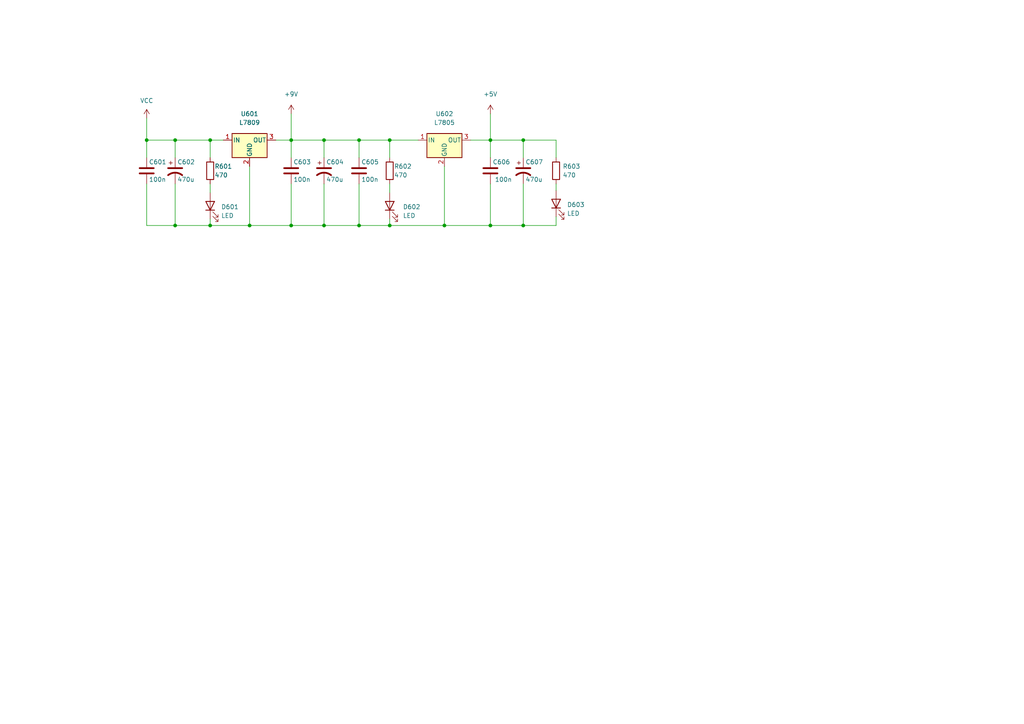
<source format=kicad_sch>
(kicad_sch (version 20211123) (generator eeschema)
  (paper "A4")
  (lib_symbols
    (symbol "Device:C" (pin_numbers hide) (pin_names (offset 0.254))
      (property "Reference" "C" (at 0.635 2.54 0))
      (property "Value" "C" (at 0.635 -2.54 0))
      (symbol "C_0_1"
        (polyline (pts (xy -2.032 -0.762) (xy 2.032 -0.762)) (stroke (width 0.508)))
        (polyline (pts (xy -2.032 0.762) (xy 2.032 0.762)) (stroke (width 0.508)))
      )
      (symbol "C_1_1"
        (pin passive line (at 0 3.81 270) (length 2.794) (name "~") (number "1"))
        (pin passive line (at 0 -3.81 90) (length 2.794) (name "~") (number "2"))
      )
    )
    (symbol "Device:C_Polarized_US" (pin_numbers hide) (pin_names (offset 0.254) hide)
      (property "Reference" "C" (at 0.635 2.54 0))
      (property "Value" "C_Polarized_US" (at 0.635 -2.54 0))
      (symbol "C_Polarized_US_0_1"
        (polyline (pts (xy -2.032 0.762) (xy 2.032 0.762)) (stroke (width 0.508)))
        (polyline (pts (xy -1.778 2.286) (xy -0.762 2.286)))
        (polyline (pts (xy -1.27 1.778) (xy -1.27 2.794)))
        (arc (start 2.032 -1.27) (mid 0 -0.5572) (end -2.032 -1.27) (stroke (width 0.508)))
      )
      (symbol "C_Polarized_US_1_1"
        (pin passive line (at 0 3.81 270) (length 2.794) (name "~") (number "1"))
        (pin passive line (at 0 -3.81 90) (length 3.302) (name "~") (number "2"))
      )
    )
    (symbol "Device:LED" (pin_numbers hide) (pin_names (offset 1.016) hide)
      (property "Reference" "D" (at 0 2.54 0))
      (property "Value" "LED" (at 0 -2.54 0))
      (symbol "LED_0_1"
        (polyline (pts (xy -1.27 -1.27) (xy -1.27 1.27)) (stroke (width 0.254)))
        (polyline (pts (xy -1.27 0) (xy 1.27 0)))
        (polyline (pts (xy 1.27 -1.27) (xy 1.27 1.27) (xy -1.27 0) (xy 1.27 -1.27)) (stroke (width 0.254)))
        (polyline (pts (xy -3.048 -0.762) (xy -4.572 -2.286) (xy -3.81 -2.286) (xy -4.572 -2.286) (xy -4.572 -1.524)))
        (polyline (pts (xy -1.778 -0.762) (xy -3.302 -2.286) (xy -2.54 -2.286) (xy -3.302 -2.286) (xy -3.302 -1.524)))
      )
      (symbol "LED_1_1"
        (pin passive line (at -3.81 0 0) (length 2.54) (name "K") (number "1"))
        (pin passive line (at 3.81 0 180) (length 2.54) (name "A") (number "2"))
      )
    )
    (symbol "Device:R" (pin_numbers hide) (pin_names (offset 0))
      (property "Reference" "R" (at 2.032 0 90))
      (property "Value" "R" (at 0 0 90))
      (symbol "R_0_1"
        (rectangle (start -1.016 -2.54) (end 1.016 2.54) (stroke (width 0.254)))
      )
      (symbol "R_1_1"
        (pin passive line (at 0 3.81 270) (length 1.27) (name "~") (number "1"))
        (pin passive line (at 0 -3.81 90) (length 1.27) (name "~") (number "2"))
      )
    )
    (symbol "Regulator_Linear:L7805" (pin_names (offset 0.254))
      (property "Reference" "U" (at -3.81 3.175 0))
      (property "Value" "L7805" (at 0 3.175 0))
      (symbol "L7805_0_1"
        (rectangle (start -5.08 1.905) (end 5.08 -5.08) (stroke (width 0.254)) (fill (type background)))
      )
      (symbol "L7805_1_1"
        (pin power_in line (at -7.62 0 0) (length 2.54) (name "IN") (number "1"))
        (pin power_in line (at 0 -7.62 90) (length 2.54) (name "GND") (number "2"))
        (pin power_out line (at 7.62 0 180) (length 2.54) (name "OUT") (number "3"))
      )
    )
    (symbol "Regulator_Linear:L7809" (pin_names (offset 0.254))
      (property "Reference" "U" (at -3.81 3.175 0))
      (property "Value" "L7809" (at 0 3.175 0))
      (symbol "L7809_0_1"
        (rectangle (start -5.08 1.905) (end 5.08 -5.08) (stroke (width 0.254)) (fill (type background)))
      )
      (symbol "L7809_1_1"
        (pin power_in line (at -7.62 0 0) (length 2.54) (name "IN") (number "1"))
        (pin power_in line (at 0 -7.62 90) (length 2.54) (name "GND") (number "2"))
        (pin power_out line (at 7.62 0 180) (length 2.54) (name "OUT") (number "3"))
      )
    )
    (symbol "power:+5V" (power) (pin_names (offset 0))
      (property "Value" "+5V" (at 0 3.556 0))
      (symbol "+5V_0_1"
        (polyline (pts (xy -0.762 1.27) (xy 0 2.54)))
        (polyline (pts (xy 0 0) (xy 0 2.54)))
        (polyline (pts (xy 0 2.54) (xy 0.762 1.27)))
      )
      (symbol "+5V_1_1"
        (pin power_in line (at 0 0 90) (length 0) hide (name "+5V") (number "1"))
      )
    )
    (symbol "power:+9V" (power) (pin_names (offset 0))
      (property "Value" "+9V" (at 0 3.556 0))
      (symbol "+9V_0_1"
        (polyline (pts (xy -0.762 1.27) (xy 0 2.54)))
        (polyline (pts (xy 0 0) (xy 0 2.54)))
        (polyline (pts (xy 0 2.54) (xy 0.762 1.27)))
      )
      (symbol "+9V_1_1"
        (pin power_in line (at 0 0 90) (length 0) hide (name "+9V") (number "1"))
      )
    )
    (symbol "power:VCC" (power) (pin_names (offset 0))
      (property "Value" "VCC" (at 0 3.81 0))
      (symbol "VCC_0_1"
        (polyline (pts (xy -0.762 1.27) (xy 0 2.54)))
        (polyline (pts (xy 0 0) (xy 0 2.54)))
        (polyline (pts (xy 0 2.54) (xy 0.762 1.27)))
      )
      (symbol "VCC_1_1"
        (pin power_in line (at 0 0 90) (length 0) hide (name "VCC") (number "1"))
      )
    )
  )
  (junction (at 104.14 40.64))
  (junction (at 84.455 40.64))
  (junction (at 42.545 40.64))
  (junction (at 128.905 65.405))
  (junction (at 50.8 40.64))
  (junction (at 104.14 65.405))
  (junction (at 142.24 65.405))
  (junction (at 142.24 40.64))
  (junction (at 93.98 40.64))
  (junction (at 84.455 65.405))
  (junction (at 60.96 40.64))
  (junction (at 72.39 65.405))
  (junction (at 60.96 65.405))
  (junction (at 151.765 40.64))
  (junction (at 151.765 65.405))
  (junction (at 50.8 65.405))
  (junction (at 113.03 65.405))
  (junction (at 93.98 65.405))
  (junction (at 113.03 40.64))
  (wire (pts (xy 128.905 48.26) (xy 128.905 65.405)))
  (wire (pts (xy 151.765 53.34) (xy 151.765 65.405)))
  (wire (pts (xy 142.24 40.64) (xy 136.525 40.64)))
  (wire (pts (xy 42.545 40.64) (xy 42.545 45.72)))
  (wire (pts (xy 93.98 65.405) (xy 84.455 65.405)))
  (wire (pts (xy 151.765 40.64) (xy 142.24 40.64)))
  (wire (pts (xy 72.39 65.405) (xy 60.96 65.405)))
  (wire (pts (xy 161.29 53.34) (xy 161.29 55.245)))
  (wire (pts (xy 72.39 48.26) (xy 72.39 65.405)))
  (wire (pts (xy 60.96 65.405) (xy 60.96 63.5)))
  (wire (pts (xy 42.545 40.64) (xy 50.8 40.64)))
  (wire (pts (xy 113.03 53.34) (xy 113.03 55.88)))
  (wire (pts (xy 113.03 40.64) (xy 113.03 45.72)))
  (wire (pts (xy 104.14 40.64) (xy 104.14 45.72)))
  (wire (pts (xy 84.455 33.02) (xy 84.455 40.64)))
  (wire (pts (xy 50.8 65.405) (xy 60.96 65.405)))
  (wire (pts (xy 80.01 40.64) (xy 84.455 40.64)))
  (wire (pts (xy 84.455 65.405) (xy 72.39 65.405)))
  (wire (pts (xy 142.24 33.02) (xy 142.24 40.64)))
  (wire (pts (xy 151.765 45.72) (xy 151.765 40.64)))
  (wire (pts (xy 113.03 63.5) (xy 113.03 65.405)))
  (wire (pts (xy 50.8 40.64) (xy 60.96 40.64)))
  (wire (pts (xy 84.455 40.64) (xy 84.455 45.72)))
  (wire (pts (xy 104.14 65.405) (xy 113.03 65.405)))
  (wire (pts (xy 93.98 40.64) (xy 104.14 40.64)))
  (wire (pts (xy 161.29 40.64) (xy 151.765 40.64)))
  (wire (pts (xy 93.98 65.405) (xy 104.14 65.405)))
  (wire (pts (xy 60.96 40.64) (xy 64.77 40.64)))
  (wire (pts (xy 151.765 65.405) (xy 161.29 65.405)))
  (wire (pts (xy 128.905 65.405) (xy 113.03 65.405)))
  (wire (pts (xy 50.8 53.34) (xy 50.8 65.405)))
  (wire (pts (xy 50.8 40.64) (xy 50.8 45.72)))
  (wire (pts (xy 60.96 53.34) (xy 60.96 55.88)))
  (wire (pts (xy 60.96 40.64) (xy 60.96 45.72)))
  (wire (pts (xy 93.98 53.34) (xy 93.98 65.405)))
  (wire (pts (xy 142.24 53.34) (xy 142.24 65.405)))
  (wire (pts (xy 161.29 45.72) (xy 161.29 40.64)))
  (wire (pts (xy 42.545 34.29) (xy 42.545 40.64)))
  (wire (pts (xy 93.98 40.64) (xy 93.98 45.72)))
  (wire (pts (xy 113.03 40.64) (xy 121.285 40.64)))
  (wire (pts (xy 84.455 53.34) (xy 84.455 65.405)))
  (wire (pts (xy 84.455 40.64) (xy 93.98 40.64)))
  (wire (pts (xy 104.14 53.34) (xy 104.14 65.405)))
  (wire (pts (xy 142.24 65.405) (xy 151.765 65.405)))
  (wire (pts (xy 104.14 40.64) (xy 113.03 40.64)))
  (wire (pts (xy 161.29 62.865) (xy 161.29 65.405)))
  (wire (pts (xy 42.545 53.34) (xy 42.545 65.405)))
  (wire (pts (xy 142.24 45.72) (xy 142.24 40.64)))
  (wire (pts (xy 142.24 65.405) (xy 128.905 65.405)))
  (wire (pts (xy 42.545 65.405) (xy 50.8 65.405)))
  (symbol (lib_id "Device:C") (at 104.14 49.53 0) (unit 1)
    (property "Reference" "C605" (at 104.775 46.99 0) (effects (justify left)))
    (property "Value" "100n" (at 104.775 52.07 0) (effects (justify left)))
  )
  (symbol (lib_id "Device:R") (at 113.03 49.53 0) (unit 1)
    (property "Reference" "R602" (at 114.3 48.26 0) (effects (justify left)))
    (property "Value" "470" (at 114.3 50.8 0) (effects (justify left)))
  )
  (symbol (lib_id "Device:C") (at 142.24 49.53 0) (unit 1)
    (property "Reference" "C606" (at 142.875 46.99 0) (effects (justify left)))
    (property "Value" "100n" (at 143.51 52.07 0) (effects (justify left)))
  )
  (symbol (lib_id "Device:C") (at 42.545 49.53 0) (unit 1)
    (property "Reference" "C601" (at 43.18 46.99 0) (effects (justify left)))
    (property "Value" "100n" (at 43.18 52.07 0) (effects (justify left)))
  )
  (symbol (lib_id "Device:C_Polarized_US") (at 50.8 49.53 0) (unit 1)
    (property "Reference" "C602" (at 51.435 46.99 0) (effects (justify left)))
    (property "Value" "470u" (at 51.435 52.07 0) (effects (justify left)))
  )
  (symbol (lib_id "Device:R") (at 161.29 49.53 0) (unit 1)
    (property "Reference" "R603" (at 163.195 48.26 0) (effects (justify left)))
    (property "Value" "470" (at 163.195 50.8 0) (effects (justify left)))
  )
  (symbol (lib_id "Device:C") (at 84.455 49.53 0) (unit 1)
    (property "Reference" "C603" (at 85.09 46.99 0) (effects (justify left)))
    (property "Value" "100n" (at 85.09 52.07 0) (effects (justify left)))
  )
  (symbol (lib_id "power:VCC") (at 42.545 34.29 0) (unit 1)
    (property "Reference" "#PWR0601" (effects hide))
    (property "Value" "VCC" (at 42.545 29.21 0))
  )
  (symbol (lib_id "Device:C_Polarized_US") (at 93.98 49.53 0) (unit 1)
    (property "Reference" "C604" (at 94.615 46.99 0) (effects (justify left)))
    (property "Value" "470u" (at 94.615 52.07 0) (effects (justify left)))
  )
  (symbol (lib_id "power:+9V") (at 84.455 33.02 0) (unit 1)
    (property "Reference" "#PWR0602" (effects hide))
    (property "Value" "+9V" (at 84.455 27.305 0))
  )
  (symbol (lib_id "Regulator_Linear:L7809") (at 72.39 40.64 0) (unit 1)
    (property "Reference" "U601" (at 72.39 33.02 0))
    (property "Value" "L7809" (at 72.39 35.56 0))
    (property "Datasheet" "http://www.st.com/content/ccc/resource/technical/document/datasheet/41/4f/b3/b0/12/d4/47/88/CD00000444.pdf/files/CD00000444.pdf/jcr:content/translations/en.CD00000444.pdf" (effects hide))
  )
  (symbol (lib_id "Device:R") (at 60.96 49.53 0) (unit 1)
    (property "Reference" "R601" (at 62.23 48.26 0) (effects (justify left)))
    (property "Value" "470" (at 62.23 50.8 0) (effects (justify left)))
  )
  (symbol (lib_id "Device:LED") (at 161.29 59.055 90) (unit 1)
    (property "Reference" "D603" (at 164.465 59.3724 90) (effects (justify right)))
    (property "Value" "LED" (at 164.465 61.9124 90) (effects (justify right)))
  )
  (symbol (lib_id "Device:C_Polarized_US") (at 151.765 49.53 0) (unit 1)
    (property "Reference" "C607" (at 152.4 46.99 0) (effects (justify left)))
    (property "Value" "470u" (at 152.4 52.07 0) (effects (justify left)))
  )
  (symbol (lib_id "Regulator_Linear:L7805") (at 128.905 40.64 0) (unit 1)
    (property "Reference" "U602" (at 128.905 33.02 0))
    (property "Value" "L7805" (at 128.905 35.56 0))
    (property "Datasheet" "http://www.st.com/content/ccc/resource/technical/document/datasheet/41/4f/b3/b0/12/d4/47/88/CD00000444.pdf/files/CD00000444.pdf/jcr:content/translations/en.CD00000444.pdf" (effects hide))
  )
  (symbol (lib_id "Device:LED") (at 113.03 59.69 90) (unit 1)
    (property "Reference" "D602" (at 116.84 60.0074 90) (effects (justify right)))
    (property "Value" "LED" (at 116.84 62.5474 90) (effects (justify right)))
  )
  (symbol (lib_id "Device:LED") (at 60.96 59.69 90) (unit 1)
    (property "Reference" "D601" (at 64.135 60.0074 90) (effects (justify right)))
    (property "Value" "LED" (at 64.135 62.5474 90) (effects (justify right)))
  )
  (symbol (lib_id "power:+5V") (at 142.24 33.02 0) (unit 1)
    (property "Reference" "#PWR0603" (effects hide))
    (property "Value" "+5V" (at 142.24 27.305 0))
  )
)
</source>
